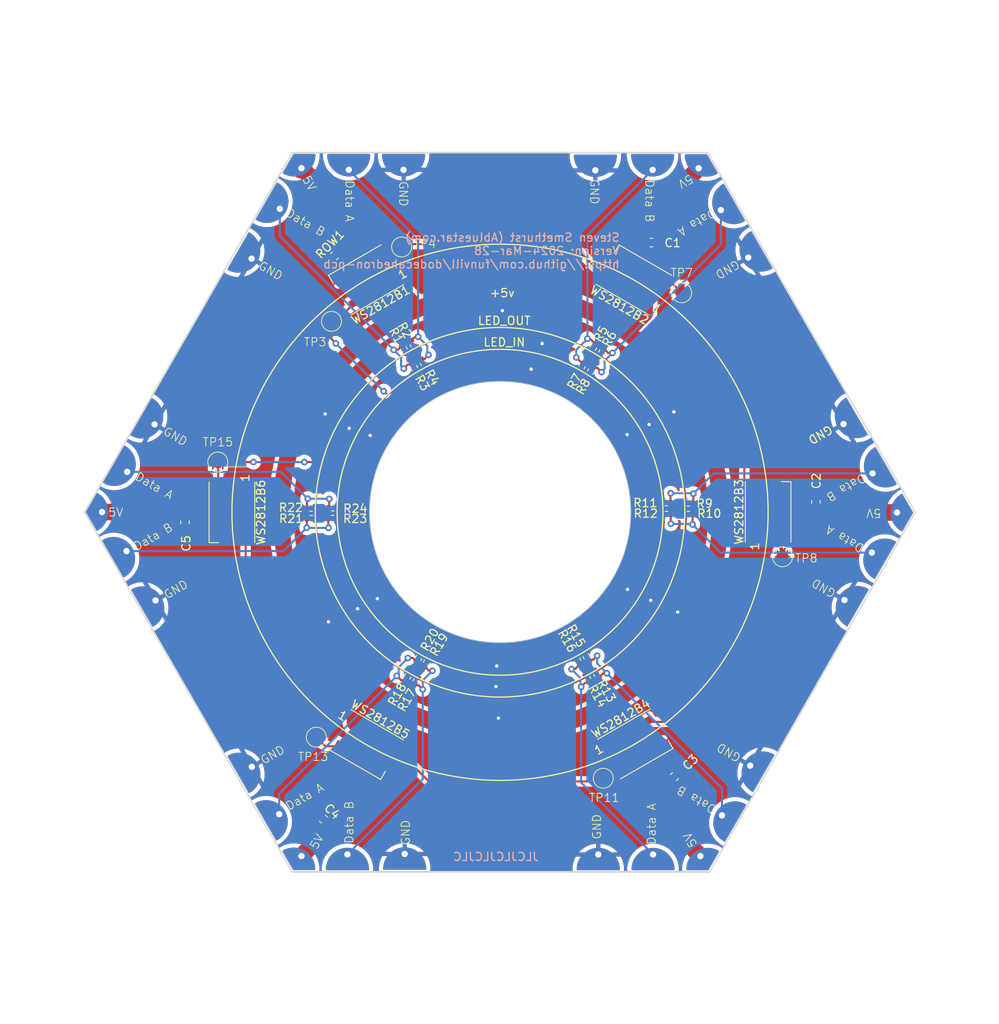
<source format=kicad_pcb>
(kicad_pcb (version 20240108) (generator "pcbnew") (generator_version "8.0")
  (layers (0 "F.Cu" signal) (31 "B.Cu" signal) (34 "B.Paste" user) (35 "F.Paste" user) (36 "B.SilkS" user "B.Silkscreen") (37 "F.SilkS" user "F.Silkscreen") (38 "B.Mask" user) (39 "F.Mask" user) (44 "Edge.Cuts" user))
  (net 0 "")
  (net 1 "+5V")
  (net 2 "GND")
  (net 3 "Net-(J1-Pin_2)")
  (net 4 "Net-(J1-Pin_3)")
  (net 5 "Net-(J2-Pin_3)")
  (net 6 "Net-(J2-Pin_2)")
  (net 7 "Net-(J3-Pin_2)")
  (net 8 "Net-(J3-Pin_3)")
  (net 9 "Net-(J4-Pin_3)")
  (net 10 "Net-(J4-Pin_2)")
  (net 11 "Net-(J5-Pin_3)")
  (net 12 "Net-(J5-Pin_2)")
  (net 13 "Net-(J6-Pin_2)")
  (net 14 "Net-(J6-Pin_3)")
  (net 15 "LED_OUT")
  (net 16 "LED_IN")
  (net 17 "Net-(WS2812B1-DOU)")
  (net 18 "Net-(WS2812B2-DOU)")
  (net 19 "Net-(WS2812B3-DOU)")
  (net 20 "Net-(WS2812B4-DOU)")
  (net 21 "Net-(WS2812B5-DOU)")
  (footprint "SWS-Library:SWS-Testpoint-Bug-SM-2.4mm" (layer "F.Cu") (at 114.13 162.43)
    (property "Reference" "TP13")
    (property "Value" "TestPoint")
  )
  (footprint "Resistor_SMD:R_0402_1005Metric" (layer "F.Cu") (at 147.19 118.41 60)
    (property "Reference" "R8")
    (property "Value" "0")
  )
  (footprint "Resistor_SMD:R_0402_1005Metric" (layer "F.Cu") (at 127.06 117.37 120)
    (property "Reference" "R4")
    (property "Value" "0")
  )
  (footprint "SWS-Library:SWS-Testpoint-Bug-SM-2.4mm" (layer "F.Cu") (at 115.96 112.36)
    (property "Reference" "TP3")
    (property "Value" "TestPoint")
  )
  (footprint "SWS-Library:dodecahedron_corner" (layer "F.Cu") (at 185.94 135.53 -120)
    (property "Reference" "J3" (hide yes))
    (property "Value" "Conn_01x04" (hide yes))
  )
  (footprint "Resistor_SMD:R_0402_1005Metric" (layer "F.Cu") (at 113.51 134.84 180)
    (property "Reference" "R22")
    (property "Value" "0")
  )
  (footprint "SWS-Library:SWS-Testpoint-Bug-SM-2.4mm" (layer "F.Cu") (at 158.14 108.92)
    (property "Reference" "TP7")
    (property "Value" "TestPoint")
  )
  (footprint "SWS-Library:C_0603_1608Metric" (layer "F.Cu") (at 154.49 102.87)
    (property "Reference" "C1")
    (property "Value" "1uF,25V,X5R")
  )
  (footprint "Resistor_SMD:R_0402_1005Metric" (layer "F.Cu") (at 158.95 135.62)
    (property "Reference" "R10")
    (property "Value" "0")
  )
  (footprint "SWS-Library:C_0603_1608Metric" (layer "F.Cu") (at 174.31 134.09 90)
    (property "Reference" "C2")
    (property "Value" "1uF,25V,X5R")
  )
  (footprint "LED_SMD:LED_WS2812B_PLCC4_5.0x5.0mm_P3.2mm" (layer "F.Cu") (at 168.55 135.31 90)
    (property "Reference" "WS2812B3")
    (property "Value" "XL-5050RGBC-WS2812B")
  )
  (footprint "Resistor_SMD:R_0402_1005Metric" (layer "F.Cu") (at 116.12 134.82 180)
    (property "Reference" "R24")
    (property "Value" "0")
  )
  (footprint "Resistor_SMD:R_0402_1005Metric" (layer "F.Cu") (at 116.09 136.11 180)
    (property "Reference" "R23")
    (property "Value" "0")
  )
  (footprint "Resistor_SMD:R_0402_1005Metric" (layer "F.Cu") (at 125.13 155.13 -120)
    (property "Reference" "R18")
    (property "Value" "0")
  )
  (footprint "LED_SMD:LED_WS2812B_PLCC4_5.0x5.0mm_P3.2mm" (layer "F.Cu") (at 103.97 135.36 -90)
    (property "Reference" "WS2812B6")
    (property "Value" "XL-5050RGBC-WS2812B")
  )
  (footprint "Resistor_SMD:R_0402_1005Metric" (layer "F.Cu") (at 158.93 134.23)
    (property "Reference" "R9")
    (property "Value" "0")
  )
  (footprint "Resistor_SMD:R_0402_1005Metric" (layer "F.Cu") (at 127.42 153.46 -120)
    (property "Reference" "R19")
    (property "Value" "0")
  )
  (footprint "LED_SMD:LED_WS2812B_PLCC4_5.0x5.0mm_P3.2mm" (layer "F.Cu") (at 152.383238 107.366058 150)
    (property "Reference" "WS2812B2")
    (property "Value" "XL-5050RGBC-WS2812B")
  )
  (footprint "LED_SMD:LED_WS2812B_PLCC4_5.0x5.0mm_P3.2mm" (layer "F.Cu") (at 120.133238 107.366058 -150)
    (property "Reference" "WS2812B1")
    (property "Value" "XL-5050RGBC-WS2812B")
  )
  (footprint "SWS-Library:C_0603_1608Metric" (layer "F.Cu") (at 116.32 104.47 45)
    (property "Reference" "ROW1")
    (property "Value" "10uF,10V,X5R ")
  )
  (footprint "Resistor_SMD:R_0402_1005Metric" (layer "F.Cu") (at 146.65 152.68 -60)
    (property "Reference" "R15")
    (property "Value" "0")
  )
  (footprint "SWS-Library:C_0603_1608Metric" (layer "F.Cu") (at 157.27 167.18 45)
    (property "Reference" "C3")
    (property "Value" "1uF,25V,X5R")
  )
  (footprint "Resistor_SMD:R_0402_1005Metric" (layer "F.Cu") (at 113.52 136.12 180)
    (property "Reference" "R21")
    (property "Value" "0")
  )
  (footprint "Resistor_SMD:R_0402_1005Metric" (layer "F.Cu") (at 146.13 117.77 60)
    (property "Reference" "R7")
    (property "Value" "0")
  )
  (footprint "Resistor_SMD:R_0402_1005Metric" (layer "F.Cu") (at 146.79 155.42 -60)
    (property "Reference" "R14")
    (property "Value" "0")
  )
  (footprint "SWS-Library:SWS-Testpoint-Bug-SM-2.4mm" (layer "F.Cu") (at 102.27 129.3)
    (property "Reference" "TP15")
    (property "Value" "TestPoint")
  )
  (footprint "Resistor_SMD:R_0402_1005Metric" (layer "F.Cu") (at 156.28 134.18)
    (property "Reference" "R11")
    (property "Value" "0")
  )
  (footprint "LED_SMD:LED_WS2812B_PLCC4_5.0x5.0mm_P3.2mm" (layer "F.Cu") (at 152.553238 163.246058 30)
    (property "Reference" "WS2812B4")
    (property "Value" "XL-5050RGBC-WS2812B")
  )
  (footprint "Resistor_SMD:R_0402_1005Metric" (layer "F.Cu") (at 145.6 153.23 -60)
    (property "Reference" "R16")
    (property "Value" "0")
  )
  (footprint "Resistor_SMD:R_0402_1005Metric" (layer "F.Cu") (at 126.17 155.71 -120)
    (property "Reference" "R17")
    (property "Value" "0")
  )
  (footprint "SWS-Library:SWS-Testpoint-Bug-SM-2.4mm" (layer "F.Cu") (at 170.28 140.71)
    (property "Reference" "TP8")
    (property "Value" "TestPoint")
  )
  (footprint "SWS-Library:C_0603_1608Metric" (layer "F.Cu") (at 115 172.31 135)
    (property "Reference" "C4")
    (property "Value" "1uF,25V,X5R")
  )
  (footprint "SWS-Library:dodecahedron_corner" (layer "F.Cu") (at 161.19 178.46 180)
    (property "Reference" "J4" (hide yes))
    (property "Value" "Conn_01x04" (hide yes))
  )
  (footprint "SWS-Library:dodecahedron_corner" (layer "F.Cu") (at 86.457757 135.16282 60)
    (property "Reference" "J6" (hide yes))
    (property "Value" "Conn_01x04" (hide yes))
  )
  (footprint "Resistor_SMD:R_0402_1005Metric" (layer "F.Cu") (at 148.53 116.11 60)
    (property "Reference" "R6")
    (property "Value" "0")
  )
  (footprint "SWS-Library:C_0603_1608Metric" (layer "F.Cu") (at 98.31 136.55 -90)
    (property "Reference" "C5")
    (property "Value" "1uF,25V,X5R")
  )
  (footprint "SWS-Library:dodecahedron_corner" (layer "F.Cu") (at 161.252243 92.37718 -60)
    (property "Reference" "J2" (hide yes))
    (property "Value" "Conn_01x04" (hide yes))
  )
  (footprint "Resistor_SMD:R_0402_1005Metric" (layer "F.Cu") (at 126.45 152.9 -120)
    (property "Reference" "R20")
    (property "Value" "0")
  )
  (footprint "LED_SMD:LED_WS2812B_PLCC4_5.0x5.0mm_P3.2mm" (layer "F.Cu") (at 120.09 163.32 -30)
    (property "Reference" "WS2812B5")
    (property "Value" "XL-5050RGBC-WS2812B")
  )
  (footprint "SWS-Library:SWS-Testpoint-Bug-SM-2.4mm" (layer "F.Cu") (at 124.41 103.4)
    (property "Reference" "TP4")
    (property "Value" "TestPoint")
  )
  (footprint "Resistor_SMD:R_0402_1005Metric" (layer "F.Cu") (at 147.48 115.53 60)
    (property "Reference" "R5")
    (property "Value" "0")
  )
  (footprint "Resistor_SMD:R_0402_1005Metric" (layer "F.Cu") (at 125.835 115.108327 120)
    (property "Reference" "R2")
    (property "Value" "0")
  )
  (footprint "SWS-Library:SWS-Testpoint-Bug-SM-2.4mm" (layer "F.Cu") (at 148.69 167.38)
    (property "Reference" "TP11")
    (property "Value" "TestPoint")
  )
  (footprint "SWS-Library:dodecahedron_corner" (layer "F.Cu") (at 111.54 92.21)
    (property "Reference" "J1" (hide yes))
    (property "Value" "Conn_01x04" (hide yes))
  )
  (footprint "SWS-Library:dodecahedron_corner" (layer "F.Cu") (at 111.267757 178.29282 120)
    (property "Reference" "J5" (hide yes))
    (property "Value" "Conn_01x04" (hide yes))
  )
  (footprint "Resistor_SMD:R_0402_1005Metric" (layer "F.Cu") (at 147.92 154.81 -60)
    (property "Reference" "R13")
    (property "Value" "0")
  )
  (footprint "Resistor_SMD:R_0402_1005Metric" (layer "F.Cu") (at 124.685 115.748327 120)
    (property "Reference" "R1")
    (property "Value" "0")
  )
  (footprint "Resistor_SMD:R_0402_1005Metric" (layer "F.Cu") (at 156.31 135.62)
    (property "Reference" "R12")
    (property "Value" "0")
  )
  (footprint "Resistor_SMD:R_0402_1005Metric" (layer "F.Cu") (at 125.94 117.99 120)
    (property "Reference" "R3")
    (property "Value" "0")
  )
  (gr_circle (center 136.35 135.4) (end 136.99 113.09) (stroke (width 0.2)) (fill none) (layer "F.Cu") (net 15))
  (gr_circle (center 136.35 135.4) (end 162.830472 135.4) (stroke (width 2)) (fill none) (layer "F.Cu") (net 1))
  (gr_circle (center 136.35 135.4) (end 136.82 115.72) (stroke (width 0.2)) (fill none) (layer "F.Cu") (net 16))
  (gr_circle (center 136.26 135.35) (end 137.4 115.76) (stroke (width 0.15)) (fill none) (layer "F.SilkS"))
  (gr_circle (center 136.26 135.35) (end 136.8 113.1) (stroke (width 0.15)) (fill none) (layer "F.SilkS"))
  (gr_circle (center 136.26 135.35) (end 168.54 134.65) (stroke (width 0.15)) (fill none) (layer "F.SilkS"))
  (gr_line (start 161.25 92.0485) (end 111.25 92.0485) (stroke (width 0.2)) (layer "Edge.Cuts"))
  (gr_line (start 161.25 92.0485) (end 186.25 135.3495) (stroke (width 0.2)) (layer "Edge.Cuts"))
  (gr_line (start 186.25 135.3495) (end 161.5 178.6505) (stroke (width 0.2)) (layer "Edge.Cuts"))
  (gr_line (start 86.25 135.3495) (end 111.25 178.6505) (stroke (width 0.2)) (layer "Edge.Cuts"))
  (gr_line (start 111.25 178.6505) (end 161.5 178.6505) (stroke (width 0.2)) (layer "Edge.Cuts"))
  (gr_line (start 86.25 135.3495) (end 111.25 92.0485) (stroke (width 0.2)) (layer "Edge.Cuts"))
  (gr_circle (center 136.27 135.32) (end 136.78 119.61) (stroke (width 0.1)) (fill none) (layer "Edge.Cuts"))
  (gr_text "Steven Smethurst (Abluestar.com)\nVersion: 2024-Mar-28\nhttps://github.com/funvill/dodecahedron-pcb" (at 150.75 106.06 0) (layer "B.SilkS") (effects (font (size 1 1)) (justify left bottom mirror)))
  (gr_text "JLCJLCJLCJLC" (at 141.02 177.42 0) (layer "B.SilkS") (effects (font (size 1 1)) (justify left bottom mirror)))
  (gr_text "+5v" (at 134.96 109.53 0) (layer "F.SilkS") (effects (font (size 1 1)) (justify left bottom)))
  (gr_text "GND" (at 175.95 124.68 -150) (layer "F.SilkS") (effects (font (size 1 1)) (justify left bottom)))
  (gr_text "LED_OUT" (at 133.5 112.87 0) (layer "F.SilkS") (effects (font (size 1 1)) (justify left bottom)))
  (gr_text "LED_IN" (at 134.18 115.46 0) (layer "F.SilkS") (effects (font (size 1 1)) (justify left bottom)))
  (segment (start 112.34 176.75) (end 119.217757 169.872243) (width 2) (layer "F.Cu") (net 1))
  (segment (start 119.217757 161.090577) (end 118.793238 160.666058) (width 2) (layer "F.Cu") (net 1))
  (segment (start 88.33 135.32) (end 103.21 135.32) (width 2) (layer "F.Cu") (net 1))
  (segment (start 125.46 109.95) (end 125.46 110.09) (width 2) (layer "F.Cu") (net 1))
  (segment (start 123.08 107.57) (end 125.46 109.95) (width 2) (layer "F.Cu") (net 1))
  (segment (start 184.067757 135.37282) (end 169.28718 135.37282) (width 2) (layer "F.Cu") (net 1))
  (segment (start 103.21 135.32) (end 105.62 132.91) (width 2) (layer "F.Cu") (net 1))
  (segment (start 153.255481 109.595481) (end 153.68 110.02) (width 2) (layer "F.Cu") (net 1))
  (segment (start 112.34 93.91) (end 112.37 93.91) (width 2.5) (layer "F.Cu") (net 1))
  (segment (start 108.71 132.91) (end 108.81 133.01) (width 2) (layer "F.Cu") (net 1))
  (segment (start 119.217757 169.872243) (end 119.217757 161.090577) (width 2) (layer "F.Cu") (net 1))
  (segment (start 118.793238 159.716762) (end 120.52 157.99) (width 2) (layer "F.Cu") (net 1))
  (segment (start 158.15 174.52) (end 158.15 169.907238) (width 2) (layer "F.Cu") (net 1))
  (segment (start 153.68 110.02) (end 153.68 111.39) (width 2) (layer "F.Cu") (net 1))
  (segment (start 149.606476 163.042116) (end 149.606476 160.916476) (width 2) (layer "F.Cu") (net 1))
  (segment (start 121.048044 107.57) (end 123.08 107.57) (width 2) (layer "F.Cu") (net 1))
  (segment (start 151.284878 163.042116) (end 149.606476 163.042116) (width 2) (layer "F.Cu") (net 1))
  (segment (start 113.5 100.021956) (end 121.048044 107.57) (width 2) (layer "F.Cu") (net 1))
  (segment (start 160.18 93.92) (end 153.255481 100.844519) (width 2) (layer "F.Cu") (net 1))
  (segment (start 149.606476 160.916476) (end 148.82 160.13) (width 2) (layer "F.Cu") (net 1))
  (segment (start 118.793238 160.666058) (end 118.793238 159.716762) (width 2) (layer "F.Cu") (net 1))
  (segment (start 105.62 132.91) (end 108.71 132.91) (width 2) (layer "F.Cu") (net 1))
  (segment (start 158.15 169.907238) (end 151.284878 163.042116) (width 2) (layer "F.Cu") (net 1))
  (segment (start 166.9 137.76) (end 163.89 137.76) (width 2) (layer "F.Cu") (net 1))
  (segment (start 153.68 111.39) (end 152.21 112.86) (width 2) (layer "F.Cu") (net 1))
  (segment (start 153.255481 100.844519) (end 153.255481 109.595481) (width 2) (layer "F.Cu") (net 1))
  (segment (start 169.28718 135.37282) (end 166.9 137.76) (width 2) (layer "F.Cu") (net 1))
  (segment (start 153.68 110.02) (end 153.74 110.02) (width 2) (layer "F.Cu") (net 1))
  (segment (start 113.5 95.04) (end 113.5 100.021956) (width 2) (layer "F.Cu") (net 1))
  (segment (start 160.39 176.76) (end 158.15 174.52) (width 2) (layer "F.Cu") (net 1))
  (segment (start 112.37 93.91) (end 113.5 95.04) (width 2) (layer "F.Cu") (net 1))
  (via (at 154.21 124.78) (size 0.8) (drill 0.4) (layers "F.Cu" "B.Cu") (net 2))
  (via (at 119.1 146.97) (size 0.8) (drill 0.4) (layers "F.Cu" "B.Cu") (net 2))
  (via (at 141.33 115.03) (size 0.8) (drill 0.4) (layers "F.Cu" "B.Cu") (net 2))
  (via (at 140.02 118.11) (size 0.8) (drill 0.4) (layers "F.Cu" "B.Cu") (net 2))
  (via (at 120.62 126.1) (size 0.8) (drill 0.4) (layers "F.Cu" "B.Cu") (net 2))
  (via (at 157.2 123.26) (size 0.8) (drill 0.4) (layers "F.Cu" "B.Cu") (net 2))
  (via (at 118.09 125.24) (size 0.8) (drill 0.4) (layers "F.Cu" "B.Cu") (net 2))
  (via (at 154.41 145.96) (size 0.8) (drill 0.4) (layers "F.Cu" "B.Cu") (net 2))
  (via (at 157.65 147.37) (size 0.8) (drill 0.4) (layers "F.Cu" "B.Cu") (net 2))
  (via (at 135.77 156.34) (size 0.8) (drill 0.4) (layers "F.Cu" "B.Cu") (net 2))
  (via (at 151.62 144.64) (size 0.8) (drill 0.4) (layers "F.Cu" "B.Cu") (net 2))
  (via (at 135.87 153.86) (size 0.8) (drill 0.4) (layers "F.Cu" "B.Cu") (net 2))
  (via (at 115.61 148.54) (size 0.8) (drill 0.4) (layers "F.Cu" "B.Cu") (net 2))
  (via (at 136.07 160.14) (size 0.8) (drill 0.4) (layers "F.Cu" "B.Cu") (net 2))
  (via (at 115.2 123.51) (size 0.8) (drill 0.4) (layers "F.Cu" "B.Cu") (net 2))
  (via (at 121.48 145.75) (size 0.8) (drill 0.4) (layers "F.Cu" "B.Cu") (net 2))
  (via (at 151.57 126) (size 0.8) (drill 0.4) (layers "F.Cu" "B.Cu") (net 2))
  (via (at 136.55 111.07) (size 0.8) (drill 0.4) (layers "F.Cu" "B.Cu") (net 2))
  (segment (start 126.39 114.21) (end 126.036654 114.21) (width 0.25) (layer "F.Cu") (net 3))
  (segment (start 126.805 116.928327) (end 127.121673 116.928327) (width 0.25) (layer "F.Cu") (net 3))
  (segment (start 126.036654 114.21) (end 125.58 114.666654) (width 0.25) (layer "F.Cu") (net 3))
  (segment (start 127.121673 116.928327) (end 127.65 116.4) (width 0.25) (layer "F.Cu") (net 3))
  (via (at 126.39 114.21) (size 0.8) (drill 0.4) (layers "F.Cu" "B.Cu") (net 3))
  (via (at 127.65 116.4) (size 0.8) (drill 0.4) (layers "F.Cu" "B.Cu") (net 3))
  (segment (start 126.39 102.46) (end 118.04 94.11) (width 0.25) (layer "B.Cu") (net 3))
  (segment (start 126.39 114.21) (end 126.39 102.46) (width 0.25) (layer "B.Cu") (net 3))
  (segment (start 127.65 116.4) (end 127.5 116.25) (width 0.25) (layer "B.Cu") (net 3))
  (segment (start 127.5 115.32) (end 126.39 114.21) (width 0.25) (layer "B.Cu") (net 3))
  (segment (start 127.5 116.25) (end 127.5 115.32) (width 0.25) (layer "B.Cu") (net 3))
  (segment (start 123.46 115.8) (end 123.936654 115.8) (width 0.25) (layer "F.Cu") (net 4))
  (segment (start 123.936654 115.8) (end 124.43 115.306654) (width 0.25) (layer "F.Cu") (net 4))
  (segment (start 125.685 117.548327) (end 125.171673 117.548327) (width 0.25) (layer "F.Cu") (net 4))
  (segment (start 125.171673 117.548327) (end 124.67 118.05) (width 0.25) (layer "F.Cu") (net 4))
  (via (at 123.46 115.8) (size 0.8) (drill 0.4) (layers "F.Cu" "B.Cu") (net 4))
  (via (at 124.67 118.05) (size 0.8) (drill 0.4) (layers "F.Cu" "B.Cu") (net 4))
  (segment (start 124.34 117.72) (end 124.34 116.68) (width 0.25) (layer "B.Cu") (net 4))
  (segment (start 124.34 116.68) (end 123.46 115.8) (width 0.25) (layer "B.Cu") (net 4))
  (segment (start 109.74 102.08) (end 109.74 98.81) (width 0.25) (layer "B.Cu") (net 4))
  (segment (start 124.67 118.05) (end 124.34 117.72) (width 0.25) (layer "B.Cu") (net 4))
  (segment (start 123.46 115.8) (end 109.74 102.08) (width 0.25) (layer "B.Cu") (net 4))
  (segment (start 147.096673 114.45) (end 147.735 115.088327) (width 0.25) (layer "F.Cu") (net 5))
  (segment (start 146.385 117.328327) (end 146.068327 117.328327) (width 0.25) (layer "F.Cu") (net 5))
  (segment (start 146.79 114.45) (end 147.096673 114.45) (width 0.25) (layer "F.Cu") (net 5))
  (segment (start 146.068327 117.328327) (end 145.44 116.7) (width 0.25) (layer "F.Cu") (net 5))
  (via (at 145.44 116.7) (size 0.8) (drill 0.4) (layers "F.Cu" "B.Cu") (net 5))
  (via (at 146.79 114.45) (size 0.8) (drill 0.4) (layers "F.Cu" "B.Cu") (net 5))
  (segment (start 146.79 101.964809) (end 154.636475 94.118334) (width 0.25) (layer "B.Cu") (net 5))
  (segment (start 145.44 115.8) (end 146.79 114.45) (width 0.25) (layer "B.Cu") (net 5))
  (segment (start 146.79 114.45) (end 146.79 101.964809) (width 0.25) (layer "B.Cu") (net 5))
  (segment (start 145.44 116.7) (end 145.44 115.8) (width 0.25) (layer "B.Cu") (net 5))
  (segment (start 147.445 117.968327) (end 147.988327 117.968327) (width 0.25) (layer "F.Cu") (net 6))
  (segment (start 149.276673 116.16) (end 148.785 115.668327) (width 0.25) (layer "F.Cu") (net 6))
  (segment (start 149.8 116.16) (end 149.276673 116.16) (width 0.25) (layer "F.Cu") (net 6))
  (segment (start 147.988327 117.968327) (end 148.49 118.47) (width 0.25) (layer "F.Cu") (net 6))
  (via (at 149.8 116.16) (size 0.8) (drill 0.4) (layers "F.Cu" "B.Cu") (net 6))
  (via (at 148.49 118.47) (size 0.8) (drill 0.4) (layers "F.Cu" "B.Cu") (net 6))
  (segment (start 162.856795 98.956345) (end 162.856795 103.103205) (width 0.25) (layer "B.Cu") (net 6))
  (segment (start 148.86 117.1) (end 149.8 116.16) (width 0.25) (layer "B.Cu") (net 6))
  (segment (start 162.856795 103.103205) (end 149.8 116.16) (width 0.25) (layer "B.Cu") (net 6))
  (segment (start 148.86 118.1) (end 148.86 117.1) (width 0.25) (layer "B.Cu") (net 6))
  (segment (start 148.49 118.47) (end 148.86 118.1) (width 0.25) (layer "B.Cu") (net 6))
  (segment (start 159.45 136.82) (end 159.45 135.63) (width 0.25) (layer "F.Cu") (net 7))
  (segment (start 156.82 135.62) (end 156.82 136.71) (width 0.25) (layer "F.Cu") (net 7))
  (segment (start 156.82 136.71) (end 156.84 136.73) (width 0.25) (layer "F.Cu") (net 7))
  (segment (start 159.45 135.63) (end 159.46 135.62) (width 0.25) (layer "F.Cu") (net 7))
  (via (at 159.45 136.82) (size 0.8) (drill 0.4) (layers "F.Cu" "B.Cu") (net 7))
  (via (at 156.84 136.73) (size 0.8) (drill 0.4) (layers "F.Cu" "B.Cu") (net 7))
  (segment (start 159.45 136.82) (end 162.839165 140.209165) (width 0.25) (layer "B.Cu") (net 7))
  (segment (start 156.87 136.76) (end 159.39 136.76) (width 0.25) (layer "B.Cu") (net 7))
  (segment (start 162.839165 140.209165) (end 181.044552 140.209165) (width 0.25) (layer "B.Cu") (net 7))
  (segment (start 156.84 136.73) (end 156.87 136.76) (width 0.25) (layer "B.Cu") (net 7))
  (segment (start 159.39 136.76) (end 159.45 136.82) (width 0.25) (layer "B.Cu") (net 7))
  (segment (start 159.54 133.11) (end 159.54 134.13) (width 0.25) (layer "F.Cu") (net 8))
  (segment (start 156.79 133.08) (end 156.81 133.06) (width 0.25) (layer "F.Cu") (net 8))
  (segment (start 156.79 134.18) (end 156.79 133.08) (width 0.25) (layer "F.Cu") (net 8))
  (segment (start 159.54 134.13) (end 159.44 134.23) (width 0.25) (layer "F.Cu") (net 8))
  (via (at 159.54 133.11) (size 0.8) (drill 0.4) (layers "F.Cu" "B.Cu") (net 8))
  (via (at 156.81 133.06) (size 0.8) (drill 0.4) (layers "F.Cu" "B.Cu") (net 8))
  (segment (start 159.49 133.06) (end 159.54 133.11) (width 0.25) (layer "B.Cu") (net 8))
  (segment (start 159.54 133.11) (end 161.978846 130.671154) (width 0.25) (layer "B.Cu") (net 8))
  (segment (start 156.81 133.06) (end 159.49 133.06) (width 0.25) (layer "B.Cu") (net 8))
  (segment (start 161.978846 130.671154) (end 181.124232 130.671154) (width 0.25) (layer "B.Cu") (net 8))
  (segment (start 147.468327 153.121673) (end 147.96 152.63) (width 0.25) (layer "F.Cu") (net 9))
  (segment (start 149.12 154.73) (end 148.696673 154.73) (width 0.25) (layer "F.Cu") (net 9))
  (segment (start 146.905 153.121673) (end 147.468327 153.121673) (width 0.25) (layer "F.Cu") (net 9))
  (segment (start 148.696673 154.73) (end 148.175 155.251673) (width 0.25) (layer "F.Cu") (net 9))
  (via (at 149.12 154.73) (size 0.8) (drill 0.4) (layers "F.Cu" "B.Cu") (net 9))
  (via (at 147.96 152.63) (size 0.8) (drill 0.4) (layers "F.Cu" "B.Cu") (net 9))
  (segment (start 147.96 152.63) (end 147.96 153.57) (width 0.25) (layer "B.Cu") (net 9))
  (segment (start 147.96 153.57) (end 149.12 154.73) (width 0.25) (layer "B.Cu") (net 9))
  (segment (start 162.99 168.6) (end 162.99 171.86) (width 0.25) (layer "B.Cu") (net 9))
  (segment (start 149.12 154.73) (end 162.99 168.6) (width 0.25) (layer "B.Cu") (net 9))
  (segment (start 144.86 154.24) (end 145.286673 154.24) (width 0.25) (layer "F.Cu") (net 10))
  (segment (start 146.538327 155.861673) (end 146.03 156.37) (width 0.25) (layer "F.Cu") (net 10))
  (segment (start 147.045 155.861673) (end 146.538327 155.861673) (width 0.25) (layer "F.Cu") (net 10))
  (segment (start 145.286673 154.24) (end 145.855 153.671673) (width 0.25) (layer "F.Cu") (net 10))
  (via (at 144.86 154.24) (size 0.8) (drill 0.4) (layers "F.Cu" "B.Cu") (net 10))
  (via (at 146.03 156.37) (size 0.8) (drill 0.4) (layers "F.Cu" "B.Cu") (net 10))
  (segment (start 146.03 156.37) (end 146.03 167.9) (width 0.25) (layer "B.Cu") (net 10))
  (segment (start 145.94 156.28) (end 145.94 155.32) (width 0.25) (layer "B.Cu") (net 10))
  (segment (start 146.03 156.37) (end 145.94 156.28) (width 0.25) (layer "B.Cu") (net 10))
  (segment (start 145.94 155.32) (end 144.86 154.24) (width 0.25) (layer "B.Cu") (net 10))
  (segment (start 146.03 167.9) (end 154.69 176.56) (width 0.25) (layer "B.Cu") (net 10))
  (segment (start 128.12 154.44) (end 127.703327 154.44) (width 0.25) (layer "F.Cu") (net 11))
  (segment (start 125.915 156.151673) (end 126.421673 156.151673) (width 0.25) (layer "F.Cu") (net 11))
  (segment (start 126.421673 156.151673) (end 126.95 156.68) (width 0.25) (layer "F.Cu") (net 11))
  (segment (start 127.703327 154.44) (end 127.165 153.901673) (width 0.25) (layer "F.Cu") (net 11))
  (via (at 128.12 154.44) (size 0.8) (drill 0.4) (layers "F.Cu" "B.Cu") (net 11))
  (via (at 126.95 156.68) (size 0.8) (drill 0.4) (layers "F.Cu" "B.Cu") (net 11))
  (segment (start 126.95 156.68) (end 126.95 155.61) (width 0.25) (layer "B.Cu") (net 11))
  (segment (start 126.95 156.68) (end 126.95 167.485191) (width 0.25) (layer "B.Cu") (net 11))
  (segment (start 126.95 155.61) (end 128.12 154.44) (width 0.25) (layer "B.Cu") (net 11))
  (segment (start 126.95 167.485191) (end 117.883525 176.551666) (width 0.25) (layer "B.Cu") (net 11))
  (segment (start 124.875 155.571673) (end 124.341673 155.571673) (width 0.25) (layer "F.Cu") (net 12))
  (segment (start 125.16 152.9) (end 125.753327 152.9) (width 0.25) (layer "F.Cu") (net 12))
  (segment (start 125.753327 152.9) (end 126.195 153.341673) (width 0.25) (layer "F.Cu") (net 12))
  (segment (start 124.341673 155.571673) (end 123.83 155.06) (width 0.25) (layer "F.Cu") (net 12))
  (via (at 125.16 152.9) (size 0.8) (drill 0.4) (layers "F.Cu" "B.Cu") (net 12))
  (via (at 123.83 155.06) (size 0.8) (drill 0.4) (layers "F.Cu" "B.Cu") (net 12))
  (segment (start 109.663205 169.226795) (end 123.83 155.06) (width 0.25) (layer "B.Cu") (net 12))
  (segment (start 123.83 155.06) (end 124.05 154.84) (width 0.25) (layer "B.Cu") (net 12))
  (segment (start 109.663205 171.713655) (end 109.663205 169.226795) (width 0.25) (layer "B.Cu") (net 12))
  (segment (start 124.05 154.84) (end 124.05 154.01) (width 0.25) (layer "B.Cu") (net 12))
  (segment (start 124.05 154.01) (end 125.16 152.9) (width 0.25) (layer "B.Cu") (net 12))
  (segment (start 115.69 134.74) (end 115.61 134.82) (width 0.25) (layer "F.Cu") (net 13))
  (segment (start 113 133.82) (end 113.1 133.72) (width 0.25) (layer "F.Cu") (net 13))
  (segment (start 113 134.84) (end 113 133.82) (width 0.25) (layer "F.Cu") (net 13))
  (segment (start 115.69 133.74) (end 115.69 134.74) (width 0.25) (layer "F.Cu") (net 13))
  (via (at 115.69 133.74) (size 0.8) (drill 0.4) (layers "F.Cu" "B.Cu") (net 13))
  (via (at 113.1 133.72) (size 0.8) (drill 0.4) (layers "F.Cu" "B.Cu") (net 13))
  (segment (start 113.1 133.72) (end 109.863655 130.483655) (width 0.25) (layer "B.Cu") (net 13))
  (segment (start 113.1 133.72) (end 115.67 133.72) (width 0.25) (layer "B.Cu") (net 13))
  (segment (start 109.863655 130.483655) (end 91.353205 130.483655) (width 0.25) (layer "B.Cu") (net 13))
  (segment (start 115.67 133.72) (end 115.69 133.74) (width 0.25) (layer "B.Cu") (net 13))
  (segment (start 112.98 137.21) (end 112.98 136.15) (width 0.25) (layer "F.Cu") (net 14))
  (segment (start 112.98 136.15) (end 113.01 136.12) (width 0.25) (layer "F.Cu") (net 14))
  (segment (start 115.58 136.11) (end 115.58 137.21) (width 0.25) (layer "F.Cu") (net 14))
  (segment (start 115.58 137.21) (end 115.6 137.23) (width 0.25) (layer "F.Cu") (net 14))
  (via (at 115.6 137.23) (size 0.8) (drill 0.4) (layers "F.Cu" "B.Cu") (net 14))
  (via (at 112.98 137.21) (size 0.8) (drill 0.4) (layers "F.Cu" "B.Cu") (net 14))
  (segment (start 113 137.23) (end 112.98 137.21) (width 0.25) (layer "B.Cu") (net 14))
  (segment (start 91.273525 140.021666) (end 110.168334 140.021666) (width 0.25) (layer "B.Cu") (net 14))
  (segment (start 115.6 137.23) (end 113 137.23) (width 0.25) (layer "B.Cu") (net 14))
  (segment (start 110.168334 140.021666) (end 112.98 137.21) (width 0.25) (layer "B.Cu") (net 14))
  (segment (start 106.56 129.3) (end 102.27 129.3) (width 0.25) (layer "F.Cu") (net 15))
  (segment (start 114.61 129.31) (end 112.7 129.31) (width 0.25) (layer "F.Cu") (net 15))
  (segment (start 114.71 129.41) (end 114.61 129.31) (width 0.25) (layer "F.Cu") (net 15))
  (segment (start 102.32 132.91) (end 102.32 129.35) (width 0.25) (layer "F.Cu") (net 15))
  (via (at 112.7 129.31) (size 0.8) (drill 0.4) (layers "F.Cu" "B.Cu") (net 15))
  (via (at 106.56 129.3) (size 0.8) (drill 0.4) (layers "F.Cu" "B.Cu") (net 15))
  (segment (start 106.57 129.31) (end 112.7 129.31) (width 0.25) (layer "B.Cu") (net 15))
  (segment (start 106.56 129.3) (end 106.57 129.31) (width 0.25) (layer "B.Cu") (net 15))
  (segment (start 122.28 120.77) (end 122.59 121.08) (width 0.25) (layer "F.Cu") (net 16))
  (segment (start 118.836476 110.02) (end 116.496476 112.36) (width 0.25) (layer "F.Cu") (net 16))
  (segment (start 115.96 114.49) (end 116.49 115.02) (width 0.25) (layer "F.Cu") (net 16))
  (segment (start 116.496476 112.36) (end 115.96 112.36) (width 0.25) (layer "F.Cu") (net 16))
  (segment (start 115.96 112.36) (end 115.96 114.49) (width 0.25) (layer "F.Cu") (net 16))
  (via (at 122.25 120.77) (size 0.8) (drill 0.4) (layers "F.Cu" "B.Cu") (net 16))
  (via (at 116.49 115.02) (size 0.8) (drill 0.4) (layers "F.Cu" "B.Cu") (net 16))
  (segment (start 116.49 115.02) (end 122.24 120.77) (width 0.25) (layer "B.Cu") (net 16))
  (segment (start 122.24 120.77) (end 122.25 120.77) (width 0.25) (layer "B.Cu") (net 16))
  (segment (start 121.43 104.712116) (end 123.097884 104.712116) (width 0.25) (layer "F.Cu") (net 17))
  (segment (start 123.097884 104.712116) (end 124.41 103.4) (width 0.25) (layer "F.Cu") (net 17))
  (segment (start 124.41 103.4) (end 124.75 103.06) (width 0.25) (layer "F.Cu") (net 17))
  (segment (start 144.926476 103.06) (end 149.436476 107.57) (width 0.25) (layer "F.Cu") (net 17))
  (segment (start 124.75 103.06) (end 144.926476 103.06) (width 0.25) (layer "F.Cu") (net 17))
  (segment (start 165.685 131.645) (end 166.9 132.86) (width 0.25) (layer "F.Cu") (net 18))
  (segment (start 158.14 112.546168) (end 165.685 120.091167) (width 0.25) (layer "F.Cu") (net 18))
  (segment (start 156.382116 107.162116) (end 158.14 108.92) (width 0.25) (layer "F.Cu") (net 18))
  (segment (start 155.33 107.162116) (end 156.382116 107.162116) (width 0.25) (layer "F.Cu") (net 18))
  (segment (start 165.685 120.091167) (end 165.685 131.645) (width 0.25) (layer "F.Cu") (net 18))
  (segment (start 158.14 108.92) (end 158.14 112.546168) (width 0.25) (layer "F.Cu") (net 18))
  (segment (start 166.69 150.37) (end 156.467884 160.592116) (width 0.25) (layer "F.Cu") (net 19))
  (segment (start 166.69 144.3) (end 166.69 150.37) (width 0.25) (layer "F.Cu") (net 19))
  (segment (start 170.28 140.71) (end 170.2 140.63) (width 0.25) (layer "F.Cu") (net 19))
  (segment (start 156.467884 160.592116) (end 153.85 160.592116) (width 0.25) (layer "F.Cu") (net 19))
  (segment (start 170.28 140.71) (end 166.69 144.3) (width 0.25) (layer "F.Cu") (net 19))
  (segment (start 170.2 140.63) (end 170.2 137.76) (width 0.25) (layer "F.Cu") (net 19))
  (segment (start 148.31 167.76) (end 127.680704 167.76) (width 0.25) (layer "F.Cu") (net 20))
  (segment (start 148.69 167.38) (end 150.17 165.9) (width 0.25) (layer "F.Cu") (net 20))
  (segment (start 150.17 165.9) (end 151.256476 165.9) (width 0.25) (layer "F.Cu") (net 20))
  (segment (start 127.680704 167.76) (end 123.036762 163.116058) (width 0.25) (layer "F.Cu") (net 20))
  (segment (start 148.69 167.38) (end 148.31 167.76) (width 0.25) (layer "F.Cu") (net 20))
  (segment (start 115.223942 163.523942) (end 117.143238 163.523942) (width 0.25) (layer "F.Cu") (net 21))
  (segment (start 105.62 150.2) (end 105.62 137.81) (width 0.25) (layer "F.Cu") (net 21))
  (segment (start 115.17 161.39) (end 115.17 159.75) (width 0.25) (layer "F.Cu") (net 21))
  (segment (start 115.17 159.75) (end 105.62 150.2) (width 0.25) (layer "F.Cu") (net 21))
  (segment (start 114.13 162.43) (end 115.17 161.39) (width 0.25) (layer "F.Cu") (net 21))
  (segment (start 114.13 162.43) (end 115.223942 163.523942) (width 0.25) (layer "F.Cu") (net 21))
  (zone (net 2) (net_name "GND") (layers "F&B.Cu") (connect_pads (clearance 0.5)) (min_thickness 0.25) (fill yes (thermal_gap 0.5) (thermal_bridge_width 0.5))
    (polygon (pts (xy 111.08 91.52) (xy 161.83 91.24) (xy 187.5 135.26) (xy 161.84 179.44) (xy 110.97 179.12) (xy 85.33 135.32) (xy 111.07 91.51)))
  )
)
</source>
